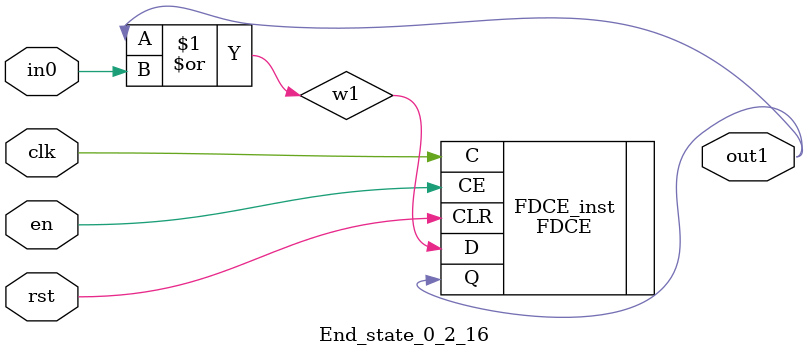
<source format=v>
module engine_0_2(out,clk,sod,en, in_14, in_15, in_16, in_17, in_18, in_19, in_20, in_1, in_4, in_5, in_8, in_9);
//pcre: /var\s+shellcode\s*=/smi
//block char: v[0], a[0], r[0], e[0], c[0], d[0], =[0], \x20[8], O[0], L[0], S[0], H[0], 

	input clk,sod,en;

	input in_14, in_15, in_16, in_17, in_18, in_19, in_20, in_1, in_4, in_5, in_8, in_9;
	output out;

	assign w0 = 1'b1;
	state_0_2_1 BlockState_0_2_1 (w1,in_14,clk,en,sod,w0);
	state_0_2_2 BlockState_0_2_2 (w2,in_15,clk,en,sod,w1);
	state_0_2_3 BlockState_0_2_3 (w3,in_16,clk,en,sod,w2);
	state_0_2_4 BlockState_0_2_4 (w4,in_1,clk,en,sod,w4,w3);
	state_0_2_5 BlockState_0_2_5 (w5,in_8,clk,en,sod,w4);
	state_0_2_6 BlockState_0_2_6 (w6,in_9,clk,en,sod,w5);
	state_0_2_7 BlockState_0_2_7 (w7,in_17,clk,en,sod,w6);
	state_0_2_8 BlockState_0_2_8 (w8,in_5,clk,en,sod,w7);
	state_0_2_9 BlockState_0_2_9 (w9,in_5,clk,en,sod,w8);
	state_0_2_10 BlockState_0_2_10 (w10,in_18,clk,en,sod,w9);
	state_0_2_11 BlockState_0_2_11 (w11,in_4,clk,en,sod,w10);
	state_0_2_12 BlockState_0_2_12 (w12,in_19,clk,en,sod,w11);
	state_0_2_13 BlockState_0_2_13 (w13,in_17,clk,en,sod,w12);
	state_0_2_14 BlockState_0_2_14 (w14,in_1,clk,en,sod,w14,w13);
	state_0_2_15 BlockState_0_2_15 (w15,in_20,clk,en,sod,w13,w14);
	End_state_0_2_16 BlockState_0_2_16 (out,clk,en,sod,w15);
endmodule

module state_0_2_1(out1,in_char,clk,en,rst,in0);
	input in_char,clk,en,rst,in0;
	output out1;
	wire w1,w2;
	assign w1 = in0; 
	and(w2,in_char,w1);
	FDCE #(.INIT(1'b0)) FDCE_inst (
		.Q(out1),
		.C(clk),
		.CE(en),
		.CLR(rst),
		.D(w2)
);
endmodule

module state_0_2_2(out1,in_char,clk,en,rst,in0);
	input in_char,clk,en,rst,in0;
	output out1;
	wire w1,w2;
	assign w1 = in0; 
	and(w2,in_char,w1);
	FDCE #(.INIT(1'b0)) FDCE_inst (
		.Q(out1),
		.C(clk),
		.CE(en),
		.CLR(rst),
		.D(w2)
);
endmodule

module state_0_2_3(out1,in_char,clk,en,rst,in0);
	input in_char,clk,en,rst,in0;
	output out1;
	wire w1,w2;
	assign w1 = in0; 
	and(w2,in_char,w1);
	FDCE #(.INIT(1'b0)) FDCE_inst (
		.Q(out1),
		.C(clk),
		.CE(en),
		.CLR(rst),
		.D(w2)
);
endmodule

module state_0_2_4(out1,in_char,clk,en,rst,in0,in1);
	input in_char,clk,en,rst,in0,in1;
	output out1;
	wire w1,w2;
	or(w1,in0,in1);
	and(w2,in_char,w1);
	FDCE #(.INIT(1'b0)) FDCE_inst (
		.Q(out1),
		.C(clk),
		.CE(en),
		.CLR(rst),
		.D(w2)
);
endmodule

module state_0_2_5(out1,in_char,clk,en,rst,in0);
	input in_char,clk,en,rst,in0;
	output out1;
	wire w1,w2;
	assign w1 = in0; 
	and(w2,in_char,w1);
	FDCE #(.INIT(1'b0)) FDCE_inst (
		.Q(out1),
		.C(clk),
		.CE(en),
		.CLR(rst),
		.D(w2)
);
endmodule

module state_0_2_6(out1,in_char,clk,en,rst,in0);
	input in_char,clk,en,rst,in0;
	output out1;
	wire w1,w2;
	assign w1 = in0; 
	and(w2,in_char,w1);
	FDCE #(.INIT(1'b0)) FDCE_inst (
		.Q(out1),
		.C(clk),
		.CE(en),
		.CLR(rst),
		.D(w2)
);
endmodule

module state_0_2_7(out1,in_char,clk,en,rst,in0);
	input in_char,clk,en,rst,in0;
	output out1;
	wire w1,w2;
	assign w1 = in0; 
	and(w2,in_char,w1);
	FDCE #(.INIT(1'b0)) FDCE_inst (
		.Q(out1),
		.C(clk),
		.CE(en),
		.CLR(rst),
		.D(w2)
);
endmodule

module state_0_2_8(out1,in_char,clk,en,rst,in0);
	input in_char,clk,en,rst,in0;
	output out1;
	wire w1,w2;
	assign w1 = in0; 
	and(w2,in_char,w1);
	FDCE #(.INIT(1'b0)) FDCE_inst (
		.Q(out1),
		.C(clk),
		.CE(en),
		.CLR(rst),
		.D(w2)
);
endmodule

module state_0_2_9(out1,in_char,clk,en,rst,in0);
	input in_char,clk,en,rst,in0;
	output out1;
	wire w1,w2;
	assign w1 = in0; 
	and(w2,in_char,w1);
	FDCE #(.INIT(1'b0)) FDCE_inst (
		.Q(out1),
		.C(clk),
		.CE(en),
		.CLR(rst),
		.D(w2)
);
endmodule

module state_0_2_10(out1,in_char,clk,en,rst,in0);
	input in_char,clk,en,rst,in0;
	output out1;
	wire w1,w2;
	assign w1 = in0; 
	and(w2,in_char,w1);
	FDCE #(.INIT(1'b0)) FDCE_inst (
		.Q(out1),
		.C(clk),
		.CE(en),
		.CLR(rst),
		.D(w2)
);
endmodule

module state_0_2_11(out1,in_char,clk,en,rst,in0);
	input in_char,clk,en,rst,in0;
	output out1;
	wire w1,w2;
	assign w1 = in0; 
	and(w2,in_char,w1);
	FDCE #(.INIT(1'b0)) FDCE_inst (
		.Q(out1),
		.C(clk),
		.CE(en),
		.CLR(rst),
		.D(w2)
);
endmodule

module state_0_2_12(out1,in_char,clk,en,rst,in0);
	input in_char,clk,en,rst,in0;
	output out1;
	wire w1,w2;
	assign w1 = in0; 
	and(w2,in_char,w1);
	FDCE #(.INIT(1'b0)) FDCE_inst (
		.Q(out1),
		.C(clk),
		.CE(en),
		.CLR(rst),
		.D(w2)
);
endmodule

module state_0_2_13(out1,in_char,clk,en,rst,in0);
	input in_char,clk,en,rst,in0;
	output out1;
	wire w1,w2;
	assign w1 = in0; 
	and(w2,in_char,w1);
	FDCE #(.INIT(1'b0)) FDCE_inst (
		.Q(out1),
		.C(clk),
		.CE(en),
		.CLR(rst),
		.D(w2)
);
endmodule

module state_0_2_14(out1,in_char,clk,en,rst,in0,in1);
	input in_char,clk,en,rst,in0,in1;
	output out1;
	wire w1,w2;
	or(w1,in0,in1);
	and(w2,in_char,w1);
	FDCE #(.INIT(1'b0)) FDCE_inst (
		.Q(out1),
		.C(clk),
		.CE(en),
		.CLR(rst),
		.D(w2)
);
endmodule

module state_0_2_15(out1,in_char,clk,en,rst,in0,in1);
	input in_char,clk,en,rst,in0,in1;
	output out1;
	wire w1,w2;
	or(w1,in0,in1);
	and(w2,in_char,w1);
	FDCE #(.INIT(1'b0)) FDCE_inst (
		.Q(out1),
		.C(clk),
		.CE(en),
		.CLR(rst),
		.D(w2)
);
endmodule

module End_state_0_2_16(out1,clk,en,rst,in0);
	input clk,rst,en,in0;
	output out1;
	wire w1;
	or(w1,out1,in0);
	FDCE #(.INIT(1'b0)) FDCE_inst (
		.Q(out1),
		.C(clk),
		.CE(en),
		.CLR(rst),
		.D(w1)
);
endmodule


</source>
